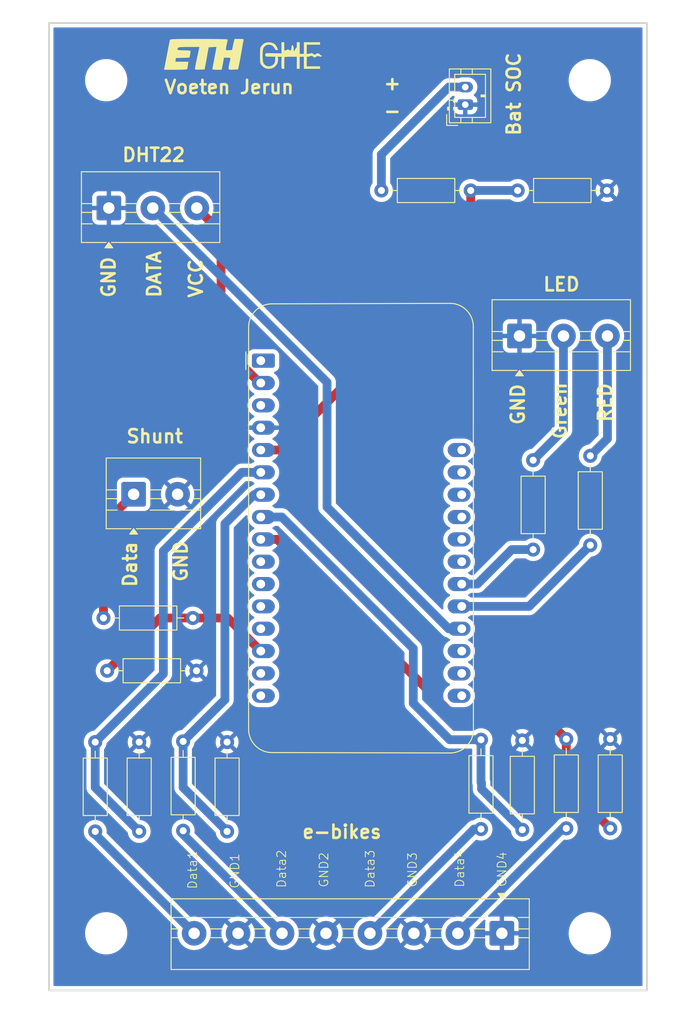
<source format=kicad_pcb>
(kicad_pcb (version 20241229) (generator "pcbnew") (generator_version "9.0")
  (layers (0 "F.Cu" signal) (2 "B.Cu" signal) (13 "F.Paste" user) (15 "B.Paste" user) (5 "F.SilkS" user "F.Silkscreen") (7 "B.SilkS" user "B.Silkscreen") (1 "F.Mask" user) (3 "B.Mask" user) (25 "Edge.Cuts" user))
  (net 0 "")
  (net 1 "GND")
  (net 2 "Net-(J6-Pin_3)")
  (net 3 "Net-(J6-Pin_2)")
  (net 4 "Net-(U1-A0)")
  (net 16 "Net-(J1-Pin_2)")
  (net 18 "Net-(J1-Pin_3)")
  (net 21 "Net-(U1-10)")
  (net 22 "Net-(U1-9)")
  (net 26 "Net-(J5-Pin_2)")
  (net 27 "Net-(J5-Pin_8)")
  (net 28 "Net-(J5-Pin_6)")
  (net 29 "Net-(J5-Pin_4)")
  (net 30 "Net-(U1-A1)")
  (net 31 "Net-(U1-A2)")
  (net 32 "Net-(U1-A3)")
  (net 33 "Net-(U1-A4)")
  (net 34 "Net-(J2-Pin_1)")
  (net 35 "Net-(U1-0)")
  (net 36 "Net-(J3-Pin_2)")
  (footprint "Resistor_THT:R_Axial_DIN0207_L6.3mm_D2.5mm_P10.16mm_Horizontal" (layer "F.Cu") (at 110.25 141.92 90)
    (property "Reference" "R5" (hide yes))
    (property "Value" "18k")
    (fp_line (start 9.12 0) (end 8.35 0) (stroke (width 0.12)) (layer "F.SilkS"))
    (fp_line (start 1.04 0) (end 1.81 0) (stroke (width 0.12)) (layer "F.SilkS"))
    (fp_rect (start 1.81 -1.37) (end 8.35 1.37) (stroke (width 0.12)) (fill no) (layer "F.SilkS"))
    (pad "1" thru_hole circle (at 0 0 90) (size 1.6 1.6) (drill 0.8) (layers "*.Cu" "*.Mask") (net 30 "Net-(U1-A1)"))
    (pad "2" thru_hole circle (at 10.16 0 90) (size 1.6 1.6) (drill 0.8) (layers "*.Cu" "*.Mask") (net 1 "GND"))
  )
  (footprint "Resistor_THT:R_Axial_DIN0207_L6.3mm_D2.5mm_P10.16mm_Horizontal" (layer "F.Cu") (at 153.83 141.73 90)
    (property "Reference" "R10" (hide yes))
    (property "Value" "18k")
    (fp_line (start 9.12 0) (end 8.35 0) (stroke (width 0.12)) (layer "F.SilkS"))
    (fp_line (start 1.04 0) (end 1.81 0) (stroke (width 0.12)) (layer "F.SilkS"))
    (fp_rect (start 1.81 -1.37) (end 8.35 1.37) (stroke (width 0.12)) (fill no) (layer "F.SilkS"))
    (pad "1" thru_hole circle (at 0 0 90) (size 1.6 1.6) (drill 0.8) (layers "*.Cu" "*.Mask") (net 32 "Net-(U1-A3)"))
    (pad "2" thru_hole circle (at 10.16 0 90) (size 1.6 1.6) (drill 0.8) (layers "*.Cu" "*.Mask") (net 1 "GND"))
  )
  (footprint "Connector_JST:JST_PH_B2B-PH-K_1x02_P2.00mm_Vertical" (layer "F.Cu") (at 147.34 59.28 90)
    (property "Reference" "J3" (hide yes))
    (property "Value" "Battery +/-")
    (fp_line (start -1.11 -2.11) (end -2.36 -2.11) (stroke (width 0.12)) (layer "F.SilkS"))
    (fp_line (start -2.36 -2.11) (end -2.36 -0.86) (stroke (width 0.12)) (layer "F.SilkS"))
    (fp_line (start -0.3 -2.01) (end -0.6 -2.01) (stroke (width 0.12)) (layer "F.SilkS"))
    (fp_line (start -0.6 -2.01) (end -0.6 -1.81) (stroke (width 0.12)) (layer "F.SilkS"))
    (fp_line (start -0.3 -1.91) (end -0.6 -1.91) (stroke (width 0.12)) (layer "F.SilkS"))
    (fp_line (start 4.06 -1.81) (end -2.06 -1.81) (stroke (width 0.12)) (layer "F.SilkS"))
    (fp_line (start 0.5 -1.81) (end 0.5 -1.2) (stroke (width 0.12)) (layer "F.SilkS"))
    (fp_line (start -0.3 -1.81) (end -0.3 -2.01) (stroke (width 0.12)) (layer "F.SilkS"))
    (fp_line (start -2.06 -1.81) (end -2.06 2.91) (stroke (width 0.12)) (layer "F.SilkS"))
    (fp_line (start 3.45 -1.2) (end 1.5 -1.2) (stroke (width 0.12)) (layer "F.SilkS"))
    (fp_line (start 1.5 -1.2) (end 1.5 -1.81) (stroke (width 0.12)) (layer "F.SilkS"))
    (fp_line (start 0.5 -1.2) (end -1.45 -1.2) (stroke (width 0.12)) (layer "F.SilkS"))
    (fp_line (start -1.45 -1.2) (end -1.45 2.3) (stroke (width 0.12)) (layer "F.SilkS"))
    (fp_line (start 4.06 -0.5) (end 3.45 -0.5) (stroke (width 0.12)) (layer "F.SilkS"))
    (fp_line (start -2.06 -0.5) (end -1.45 -0.5) (stroke (width 0.12)) (layer "F.SilkS"))
    (fp_line (start 4.06 0.8) (end 3.45 0.8) (stroke (width 0.12)) (layer "F.SilkS"))
    (fp_line (start -2.06 0.8) (end -1.45 0.8) (stroke (width 0.12)) (layer "F.SilkS"))
    (fp_line (start 1.1 1.8) (end 1.1 2.3) (stroke (width 0.12)) (layer "F.SilkS"))
    (fp_line (start 0.9 1.8) (end 1.1 1.8) (stroke (width 0.12)) (layer "F.SilkS"))
    (fp_line (start 3.45 2.3) (end 3.45 -1.2) (stroke (width 0.12)) (layer "F.SilkS"))
    (fp_line (start 1 2.3) (end 1 1.8) (stroke (width 0.12)) (layer "F.SilkS"))
    (fp_line (start 0.9 2.3) (end 0.9 1.8) (stroke (width 0.12)) (layer "F.SilkS"))
    (fp_line (start -1.45 2.3) (end 3.45 2.3) (stroke (width 0.12)) (layer "F.SilkS"))
    (fp_line (start 4.06 2.91) (end 4.06 -1.81) (stroke (width 0.12)) (layer "F.SilkS"))
    (fp_line (start -2.06 2.91) (end 4.06 2.91) (stroke (width 0.12)) (layer "F.SilkS"))
    (pad "1" thru_hole roundrect (at 0 0 90) (size 1.2 1.75) (drill 0.75) (layers "*.Cu" "*.Mask") (roundrect_rratio 0.208333) (net 1 "GND"))
    (pad "2" thru_hole oval (at 2 0 90) (size 1.2 1.75) (drill 0.75) (layers "*.Cu" "*.Mask") (net 36 "Net-(J3-Pin_2)"))
  )
  (footprint "Resistor_THT:R_Axial_DIN0207_L6.3mm_D2.5mm_P10.16mm_Horizontal" (layer "F.Cu") (at 137.8 69.04)
    (property "Reference" "R3" (hide yes))
    (property "Value" "10k")
    (fp_line (start 1.04 0) (end 1.81 0) (stroke (width 0.12)) (layer "F.SilkS"))
    (fp_line (start 9.12 0) (end 8.35 0) (stroke (width 0.12)) (layer "F.SilkS"))
    (fp_rect (start 1.81 -1.37) (end 8.35 1.37) (stroke (width 0.12)) (fill no) (layer "F.SilkS"))
    (pad "1" thru_hole circle (at 0 0) (size 1.6 1.6) (drill 0.8) (layers "*.Cu" "*.Mask") (net 36 "Net-(J3-Pin_2)"))
    (pad "2" thru_hole circle (at 10.16 0) (size 1.6 1.6) (drill 0.8) (layers "*.Cu" "*.Mask") (net 4 "Net-(U1-A0)"))
  )
  (footprint "Resistor_THT:R_Axial_DIN0207_L6.3mm_D2.5mm_P10.16mm_Horizontal" (layer "F.Cu") (at 163.83 141.57 90)
    (property "Reference" "R12" (hide yes))
    (property "Value" "18k")
    (fp_line (start 9.12 0) (end 8.35 0) (stroke (width 0.12)) (layer "F.SilkS"))
    (fp_line (start 1.04 0) (end 1.81 0) (stroke (width 0.12)) (layer "F.SilkS"))
    (fp_rect (start 1.81 -1.37) (end 8.35 1.37) (stroke (width 0.12)) (fill no) (layer "F.SilkS"))
    (pad "1" thru_hole circle (at 0 0 90) (size 1.6 1.6) (drill 0.8) (layers "*.Cu" "*.Mask") (net 33 "Net-(U1-A4)"))
    (pad "2" thru_hole circle (at 10.16 0 90) (size 1.6 1.6) (drill 0.8) (layers "*.Cu" "*.Mask") (net 1 "GND"))
  )
  (footprint "MountingHole:MountingHole_4.3mm_M4" (layer "F.Cu") (at 106.5 56.5)
    (property "Reference" "H1" (hide yes))
    (property "Value" "MountingHole")
    (pad "" np_thru_hole circle (at 0 0) (size 4.3 4.3) (drill 4.3) (layers "*.Cu" "*.Mask"))
  )
  (footprint "TerminalBlock:TerminalBlock_MaiXu_MX126-5.0-02P_1x02_P5.00mm" (layer "F.Cu") (at 109.62 103.58)
    (property "Reference" "J2" (hide yes))
    (property "Value" "SmartShunt")
    (fp_line (start -3.12 -4.12) (end -3.12 3.92) (stroke (width 0.12)) (layer "F.SilkS"))
    (fp_line (start -3.12 -4.12) (end 7.62 -4.12) (stroke (width 0.12)) (layer "F.SilkS"))
    (fp_line (start -3.12 -0.5) (end -1.88 -0.5) (stroke (width 0.12)) (layer "F.SilkS"))
    (fp_line (start -3.12 0.5) (end -1.88 0.5) (stroke (width 0.12)) (layer "F.SilkS"))
    (fp_line (start -3.12 1.8) (end -1.88 1.8) (stroke (width 0.12)) (layer "F.SilkS"))
    (fp_line (start -3.12 3.92) (end -0.3 3.92) (stroke (width 0.12)) (layer "F.SilkS"))
    (fp_line (start 0.3 3.92) (end 7.62 3.92) (stroke (width 0.12)) (layer "F.SilkS"))
    (fp_line (start 1.88 -0.5) (end 3.188 -0.5) (stroke (width 0.12)) (layer "F.SilkS"))
    (fp_line (start 1.88 0.5) (end 3.188 0.5) (stroke (width 0.12)) (layer "F.SilkS"))
    (fp_line (start 1.88 1.8) (end 4.457 1.8) (stroke (width 0.12)) (layer "F.SilkS"))
    (fp_line (start 5.543 1.8) (end 7.62 1.8) (stroke (width 0.12)) (layer "F.SilkS"))
    (fp_line (start 6.812 -0.5) (end 7.62 -0.5) (stroke (width 0.12)) (layer "F.SilkS"))
    (fp_line (start 6.812 0.5) (end 7.62 0.5) (stroke (width 0.12)) (layer "F.SilkS"))
    (fp_line (start 7.62 -4.12) (end 7.62 3.92) (stroke (width 0.12)) (layer "F.SilkS"))
    (fp_poly (pts (xy 0 3.92) (xy 0.44 4.53) (xy -0.44 4.53)) (stroke (width 0.12)) (fill yes) (layer "F.SilkS"))
    (pad "1" thru_hole roundrect (at 0 0) (size 2.8 2.8) (drill 1.3) (layers "*.Cu" "*.Mask") (roundrect_rratio 0.089286) (net 34 "Net-(J2-Pin_1)"))
    (pad "2" thru_hole circle (at 5 0) (size 2.8 2.8) (drill 1.3) (layers "*.Cu" "*.Mask") (net 1 "GND"))
  )
  (footprint "SilkscreenLogo:eth" (layer "F.Cu") (at 117.29 53.49)
    (property "Reference" "G***" (hide yes))
    (property "Value" "LOGO" (hide yes))
    (fp_poly (pts (xy 4.623169 -1.681235) (xy 4.779795 -1.663735) (xy 4.84255 -1.624933) (xy 4.840724 -1.556941) (xy 4.839222 -1.551832) (xy 4.811631 -1.428083) (xy 4.765681 -1.187628) (xy 4.707606 -0.864317) (xy 4.643638 -0.492001) (xy 4.639086 -0.464895) (xy 4.562705 -0.021428) (xy 4.479433 0.442396) (xy 4.400365 0.86572) (xy 4.347067 1.136907) (xy 4.21489 1.785255) (xy 3.664886 1.807666) (xy 3.393225 1.817383) (xy 3.222739 1.802459) (xy 3.138209 1.736793) (xy 3.124415 1.594282) (xy 3.166137 1.348825) (xy 3.229296 1.06063) (xy 3.285254 0.799899) (xy 3.325525 0.600259) (xy 3.341031 0.507627) (xy 3.274151 0.474649) (xy 3.100588 0.453977) (xy 2.972077 0.45042) (xy 2.600445 0.45042) (xy 2.551375 0.757289) (xy 2.503872 1.026789) (xy 2.443079 1.33777) (xy 2.420891 1.443776) (xy 2.339477 1.823393) (xy 1.811864 1.823393) (xy 1.550488 1.815828) (xy 1.361865 1.795935) (xy 1.284779 1.767924) (xy 1.284546 1.766186) (xy 1.298272 1.673449) (xy 1.335549 1.461337) (xy 1.390881 1.160236) (xy 1.458769 0.800531) (xy 1.467374 0.755525) (xy 1.542153 0.362729) (xy 1.610937 -0.002518) (xy 1.666105 -0.299508) (xy 1.700039 -0.487533) (xy 1.700101 -0.487896) (xy 1.750296 -0.777863) (xy 1.309035 -0.754863) (xy 0.867775 -0.731862) (xy 0.637424 0.526697) (xy 0.407073 1.785255) (xy -0.14593 1.807666) (xy -0.433121 1.815244) (xy -0.599596 1.804607) (xy -0.676744 1.769226) (xy -0.695953 1.70257) (xy -0.695881 1.693251) (xy -0.679257 1.573843) (xy -0.635433 1.334821) (xy -0.570147 1.005527) (xy -0.489135 0.615302) (xy -0.441656 0.393213) (xy -0.190482 -0.77) (xy -1.39 -0.77) (xy -1.861688 -0.768186) (xy -2.202148 -0.75932) (xy -2.432692 -0.738266) (xy -2.574634 -0.69989) (xy -2.649285 -0.639056) (xy -2.677958 -0.550628) (xy -2.682116 -0.458657) (xy -2.611395 -0.428477) (xy -2.42138 -0.404825) (xy -2.145296 -0.390933) (xy -1.961993 -0.388619) (xy -1.646395 -0.382687) (xy -1.392709 -0.36676) (xy -1.236469 -0.343643) (xy -1.204949 -0.328881) (xy -1.197917 -0.224729) (xy -1.221982 -0.028223) (xy -1.244207 0.088032) (xy -1.320385 0.445208) (xy -2.096596 0.466883) (xy -2.872806 0.488558) (xy -2.896942 0.698318) (xy -2.921077 0.908078) (xy -2.18156 0.908078) (xy -1.442042 0.908078) (xy -1.494582 1.304146) (xy -1.531242 1.540281) (xy -1.56766 1.711893) (xy -1.585187 1.761804) (xy -1.670308 1.78205) (xy -1.88227 1.799496) (xy -2.195369 1.812962) (xy -2.583899 1.821264) (xy -2.923715 1.823393) (xy -4.224179 1.823393) (xy -4.18237 1.651772) (xy -4.155412 1.525075) (xy -4.10537 1.275037) (xy -4.037447 0.928221) (xy -3.956844 0.511194) (xy -3.868761 0.05052) (xy -3.86503 0.030901) (xy -3.777125 -0.427795) (xy -3.696649 -0.840861) (xy -3.628718 -1.182585) (xy -3.578447 -1.427252) (xy -3.550951 -1.549149) (xy -3.550186 -1.551832) (xy -3.532448 -1.584206) (xy -3.491079 -1.6109) (xy -3.412576 -1.632457) (xy -3.283436 -1.649422) (xy -3.090156 -1.662338) (xy -2.819232 -1.67175) (xy -2.457162 -1.678201) (xy -1.990443 -1.682235) (xy -1.40557 -1.684396) (xy -0.689042 -1.685228) (xy -0.236135 -1.685315) (xy 0.453935 -1.684029) (xy 1.094418 -1.680349) (xy 1.669746 -1.67455) (xy 2.164351 -1.666903) (xy 2.562664 -1.65768) (xy 2.849118 -1.647154) (xy 3.008145 -1.635596) (xy 3.035925 -1.628108) (xy 3.01923 -1.529259) (xy 2.978162 -1.326332) (xy 2.924191 -1.075105) (xy 2.853977 -0.749471) (xy 2.824121 -0.54611) (xy 2.844587 -0.4378) (xy 2.925339 -0.397319) (xy 3.076343 -0.397446) (xy 3.170038 -0.403509) (xy 3.530299 -0.426757) (xy 3.594832 -0.77) (xy 3.654058 -1.059521) (xy 3.719489 -1.344403) (xy 3.733307 -1.399279) (xy 3.807248 -1.685315) (xy 4.343382 -1.685315)) (fill yes) (layer "F.SilkS"))
  )
  (footprint "Resistor_THT:R_Axial_DIN0207_L6.3mm_D2.5mm_P10.16mm_Horizontal" (layer "F.Cu") (at 155.06 109.87 90)
    (property "Reference" "R2" (hide yes))
    (property "Value" "100")
    (fp_line (start 9.12 0) (end 8.35 0) (stroke (width 0.12)) (layer "F.SilkS"))
    (fp_line (start 1.04 0) (end 1.81 0) (stroke (width 0.12)) (layer "F.SilkS"))
    (fp_rect (start 1.81 -1.37) (end 8.35 1.37) (stroke (width 0.12)) (fill no) (layer "F.SilkS"))
    (pad "1" thru_hole circle (at 0 0 90) (size 1.6 1.6) (drill 0.8) (layers "*.Cu" "*.Mask") (net 21 "Net-(U1-10)"))
    (pad "2" thru_hole circle (at 10.16 0 90) (size 1.6 1.6) (drill 0.8) (layers "*.Cu" "*.Mask") (net 16 "Net-(J1-Pin_2)"))
  )
  (footprint "Resistor_THT:R_Axial_DIN0207_L6.3mm_D2.5mm_P10.16mm_Horizontal" (layer "F.Cu") (at 106.19 117.65)
    (property "Reference" "R13" (hide yes))
    (property "Value" "10k")
    (fp_line (start 1.04 0) (end 1.81 0) (stroke (width 0.12)) (layer "F.SilkS"))
    (fp_line (start 9.12 0) (end 8.35 0) (stroke (width 0.12)) (layer "F.SilkS"))
    (fp_rect (start 1.81 -1.37) (end 8.35 1.37) (stroke (width 0.12)) (fill no) (layer "F.SilkS"))
    (pad "1" thru_hole circle (at 0 0) (size 1.6 1.6) (drill 0.8) (layers "*.Cu" "*.Mask") (net 34 "Net-(J2-Pin_1)"))
    (pad "2" thru_hole circle (at 10.16 0) (size 1.6 1.6) (drill 0.8) (layers "*.Cu" "*.Mask") (net 35 "Net-(U1-0)"))
  )
  (footprint "MountingHole:MountingHole_4.3mm_M4" (layer "F.Cu") (at 161.5 56.5)
    (property "Reference" "H2" (hide yes))
    (property "Value" "MountingHole")
    (pad "" np_thru_hole circle (at 0 0) (size 4.3 4.3) (drill 4.3) (layers "*.Cu" "*.Mask"))
  )
  (footprint "Resistor_THT:R_Axial_DIN0207_L6.3mm_D2.5mm_P10.16mm_Horizontal" (layer "F.Cu") (at 120.25 141.92 90)
    (property "Reference" "R8" (hide yes))
    (property "Value" "18k")
    (fp_line (start 9.12 0) (end 8.35 0) (stroke (width 0.12)) (layer "F.SilkS"))
    (fp_line (start 1.04 0) (end 1.81 0) (stroke (width 0.12)) (layer "F.SilkS"))
    (fp_rect (start 1.81 -1.37) (end 8.35 1.37) (stroke (width 0.12)) (fill no) (layer "F.SilkS"))
    (pad "1" thru_hole circle (at 0 0 90) (size 1.6 1.6) (drill 0.8) (layers "*.Cu" "*.Mask") (net 31 "Net-(U1-A2)"))
    (pad "2" thru_hole circle (at 10.16 0 90) (size 1.6 1.6) (drill 0.8) (layers "*.Cu" "*.Mask") (net 1 "GND"))
  )
  (footprint "MountingHole:MountingHole_4.3mm_M4" (layer "F.Cu") (at 106.5 153.5)
    (property "Reference" "H4" (hide yes))
    (property "Value" "MountingHole")
    (pad "" np_thru_hole circle (at 0 0) (size 4.3 4.3) (drill 4.3) (layers "*.Cu" "*.Mask"))
  )
  (footprint "Module:mod2_Adafruit_Feather_32u4_RFM_WithMountingHoles_1" (layer "F.Cu") (at 124.08 88.39)
    (property "Reference" "U1" (hide yes))
    (property "Value" "Feather 32u4 LoRa SMT")
    (fp_line (start -1.7 1) (end -1.7 -1) (stroke (width 0.12)) (layer "F.SilkS"))
    (fp_line (start -1.38 -3.81) (end -1.38 41.91) (stroke (width 0.12)) (layer "F.SilkS"))
    (fp_line (start 21.526167 -6.516166) (end 1.27 -6.46) (stroke (width 0.12)) (layer "F.SilkS"))
    (fp_line (start 21.548351 44.606139) (end 1.27 44.56) (stroke (width 0.12)) (layer "F.SilkS"))
    (fp_line (start 24.176167 -3.86617) (end 24.186167 41.956167) (stroke (width 0.12)) (layer "F.SilkS"))
    (fp_arc (start -1.38 -3.81) (mid -0.603833 -5.683833) (end 1.27 -6.46) (stroke (width 0.12)) (layer "F.SilkS"))
    (fp_arc (start 1.27 44.56) (mid -0.603833 43.783833) (end -1.38 41.91) (stroke (width 0.12)) (layer "F.SilkS"))
    (fp_arc (start 21.526167 -6.516167) (mid 23.4 -5.74) (end 24.176167 -3.866167) (stroke (width 0.12)) (layer "F.SilkS"))
    (fp_arc (start 24.186167 41.956167) (mid 23.41 43.83) (end 21.536167 44.606167) (stroke (width 0.12)) (layer "F.SilkS"))
    (pad "1" thru_hole oval (at 0 38.1) (size 2.6 1.6) (drill 1 (offset 0.3 0)) (layers "*.Cu" "*.Mask"))
    (pad "2" thru_hole oval (at 0 35.56) (size 2.6 1.6) (drill 1 (offset 0.3 0)) (layers "*.Cu" "*.Mask"))
    (pad "3" thru_hole oval (at 0 33.02) (size 2.6 1.6) (drill 1 (offset 0.3 0)) (layers "*.Cu" "*.Mask") (net 35 "Net-(U1-0)"))
    (pad "4" thru_hole oval (at 0 30.48) (size 2.6 1.6) (drill 1 (offset 0.3 0)) (layers "*.Cu" "*.Mask"))
    (pad "5" thru_hole oval (at 0 27.94) (size 2.6 1.6) (drill 1 (offset 0.3 0)) (layers "*.Cu" "*.Mask"))
    (pad "6" thru_hole oval (at 0 25.4) (size 2.6 1.6) (drill 1 (offset 0.3 0)) (layers "*.Cu" "*.Mask"))
    (pad "7" thru_hole oval (at 0 22.86) (size 2.6 1.6) (drill 1 (offset 0.3 0)) (layers "*.Cu" "*.Mask"))
    (pad "8" thru_hole oval (at 0 20.32) (size 2.6 1.6) (drill 1 (offset 0.3 0)) (layers "*.Cu" "*.Mask") (net 33 "Net-(U1-A4)"))
    (pad "9" thru_hole oval (at 0 17.78) (size 2.6 1.6) (drill 1 (offset 0.3 0)) (layers "*.Cu" "*.Mask") (net 32 "Net-(U1-A3)"))
    (pad "10" thru_hole oval (at 0 15.24) (size 2.6 1.6) (drill 1 (offset 0.3 0)) (layers "*.Cu" "*.Mask") (net 31 "Net-(U1-A2)"))
    (pad "11" thru_hole oval (at 0 12.7) (size 2.6 1.6) (drill 1 (offset 0.3 0)) (layers "*.Cu" "*.Mask") (net 30 "Net-(U1-A1)"))
    (pad "12" thru_hole oval (at 0 10.16) (size 2.6 1.6) (drill 1 (offset 0.3 0)) (layers "*.Cu" "*.Mask") (net 4 "Net-(U1-A0)"))
    (pad "13" thru_hole oval (at 0 7.62) (size 2.6 1.6) (drill 1 (offset 0.3 0)) (layers "*.Cu" "*.Mask") (net 1 "GND"))
    (pad "14" thru_hole oval (at 0 5.08) (size 2.6 1.6) (drill 1 (offset 0.3 0)) (layers "*.Cu" "*.Mask"))
    (pad "15" thru_hole oval (at 0 2.54) (size 2.6 1.6) (drill 1 (offset 0.3 0)) (layers "*.Cu" "*.Mask") (net 2 "Net-(J6-Pin_3)"))
    (pad "16" thru_hole roundrect (at 0 0) (size 2.6 1.6) (drill 1 (offset 0.3 0)) (layers "*.Cu" "*.Mask") (roundrect_rratio 0.15625))
    (pad "17" thru_hole oval (at 22.86 38.1 180) (size 2.6 1.6) (drill 1 (offset 0.3 0)) (layers "*.Cu" "*.Mask"))
    (pad "18" thru_hole oval (at 22.86 35.56 180) (size 2.6 1.6) (drill 1 (offset 0.3 0)) (layers "*.Cu" "*.Mask"))
    (pad "19" thru_hole oval (at 22.86 33.02 180) (size 2.6 1.6) (drill 1 (offset 0.3 0)) (layers "*.Cu" "*.Mask"))
    (pad "20" thru_hole oval (at 22.86 30.48 180) (size 2.6 1.6) (drill 1 (offset 0.3 0)) (layers "*.Cu" "*.Mask") (net 3 "Net-(J6-Pin_2)"))
    (pad "21" thru_hole oval (at 22.86 27.94 180) (size 2.6 1.6) (drill 1 (offset 0.3 0)) (layers "*.Cu" "*.Mask") (net 22 "Net-(U1-9)"))
    (pad "22" thru_hole oval (at 22.86 25.4 180) (size 2.6 1.6) (drill 1 (offset 0.3 0)) (layers "*.Cu" "*.Mask") (net 21 "Net-(U1-10)"))
    (pad "23" thru_hole oval (at 22.86 22.86 180) (size 2.6 1.6) (drill 1 (offset 0.3 0)) (layers "*.Cu" "*.Mask"))
    (pad "24" thru_hole oval (at 22.86 20.32 180) (size 2.6 1.6) (drill 1 (offset 0.3 0)) (layers "*.Cu" "*.Mask"))
    (pad "25" thru_hole oval (at 22.86 17.78 180) (size 2.6 1.6) (drill 1 (offset 0.3 0)) (layers "*.Cu" "*.Mask"))
    (pad "26" thru_hole oval (at 22.86 15.24 180) (size 2.6 1.6) (drill 1 (offset 0.3 0)) (layers "*.Cu" "*.Mask"))
    (pad "27" thru_hole oval (at 22.86 12.7 180) (size 2.6 1.6) (drill 1 (offset 0.3 0)) (layers "*.Cu" "*.Mask"))
    (pad "28" thru_hole oval (at 22.86 10.16 180) (size 2.6 1.6) (drill 1 (offset 0.3 0)) (layers "*.Cu" "*.Mask"))
  )
  (footprint "Resistor_THT:R_Axial_DIN0207_L6.3mm_D2.5mm_P10.16mm_Horizontal" (layer "F.Cu") (at 149.13 141.65 90)
    (property "Reference" "R9" (hide yes))
    (property "Value" "10k")
    (fp_line (start 9.12 0) (end 8.35 0) (stroke (width 0.12)) (layer "F.SilkS"))
    (fp_line (start 1.04 0) (end 1.81 0) (stroke (width 0.12)) (layer "F.SilkS"))
    (fp_rect (start 1.81 -1.37) (end 8.35 1.37) (stroke (width 0.12)) (fill no) (layer "F.SilkS"))
    (pad "1" thru_hole circle (at 0 0 90) (size 1.6 1.6) (drill 0.8) (layers "*.Cu" "*.Mask") (net 29 "Net-(J5-Pin_4)"))
    (pad "2" thru_hole circle (at 10.16 0 90) (size 1.6 1.6) (drill 0.8) (layers "*.Cu" "*.Mask") (net 32 "Net-(U1-A3)"))
  )
  (footprint "SilkscreenLogo:ghe" (layer "F.Cu") (at 127.51 53.71)
    (property "Reference" "G***" (hide yes))
    (property "Value" "LOGO" (hide yes))
    (fp_line (start -0.448436 -0.059627) (end -2.728436 -0.089627) (stroke (width 0.4)) (layer "F.SilkS"))
    (fp_poly (pts (xy -2.126142 -1.465975) (xy -1.885132 -1.347947) (xy -1.800084 -1.27994) (xy -1.680824 -1.133849) (xy -1.567872 -0.936891) (xy -1.48765 -0.738249) (xy -1.475689 -0.66601) (xy -1.516607 -0.63744) (xy -1.611655 -0.633539) (xy -1.715118 -0.646042) (xy -1.784925 -0.696573) (xy -1.850862 -0.80893) (xy -1.863167 -0.834495) (xy -2.004751 -1.038159) (xy -2.191584 -1.173944) (xy -2.405 -1.241364) (xy -2.626333 -1.239934) (xy -2.836917 -1.169169) (xy -3.018084 -1.028584) (xy -3.128363 -0.867381) (xy -3.168337 -0.733321) (xy -3.196748 -0.529098) (xy -3.213596 -0.278438) (xy -3.218882 -0.005067) (xy -3.212605 0.267287) (xy -3.194766 0.514897) (xy -3.165365 0.714038) (xy -3.128363 0.833527) (xy -2.984264 1.026961) (xy -2.793348 1.152471) (xy -2.575237 1.209473) (xy -2.349554 1.197386) (xy -2.13592 1.115627) (xy -1.953957 0.963613) (xy -1.886561 0.870377) (xy -1.82111 0.712847) (xy -1.793997 0.504846) (xy -1.792394 0.423388) (xy -1.784501 0.264521) (xy -1.764147 0.145927) (xy -1.740371 0.098513) (xy -1.70918 0.033391) (xy -1.708529 -0.069828) (xy -1.712399 -0.166386) (xy -1.669054 -0.200333) (xy -1.606651 -0.202392) (xy -1.537312 -0.192464) (xy -1.543893 -0.174801) (xy -1.59204 -0.112505) (xy -1.599619 -0.01269) (xy -1.568597 0.077663) (xy -1.532068 0.107867) (xy -1.486659 0.171193) (xy -1.463309 0.300374) (xy -1.461409 0.46942) (xy -1.480349 0.652343) (xy -1.519518 0.823155) (xy -1.550792 0.905419) (xy -1.713211 1.150612) (xy -1.935659 1.33602) (xy -2.19999 1.455127) (xy -2.488055 1.501415) (xy -2.781706 1.468366) (xy -2.951468 1.408454) (xy -3.128983 1.297498) (xy -3.296305 1.141739) (xy -3.425736 0.970544) (xy -3.482502 0.845427) (xy -3.496701 0.744501) (xy -3.507261 0.570522) (xy -3.514181 0.344968) (xy -3.517461 0.089317) (xy -3.517102 -0.174956) (xy -3.513104 -0.426371) (xy -3.505466 -0.643453) (xy -3.494189 -0.804723) (xy -3.482502 -0.879281) (xy -3.401738 -1.042165) (xy -3.261522 -1.212472) (xy -3.089552 -1.360836) (xy -2.951468 -1.442308) (xy -2.688094 -1.517215) (xy -2.40339 -1.523751)) (fill yes) (layer "F.SilkS"))
    (fp_poly (pts (xy -0.751621 -1.024413) (xy -0.749357 -0.796362) (xy -0.741626 -0.651665) (xy -0.727019 -0.579166) (xy -0.704125 -0.567705) (xy -0.694861 -0.575065) (xy -0.604255 -0.620888) (xy -0.529312 -0.631825) (xy -0.445053 -0.64929) (xy -0.420523 -0.679125) (xy -0.387424 -0.72278) (xy -0.306881 -0.7148) (xy -0.207029 -0.660446) (xy -0.1745 -0.633104) (xy -0.099343 -0.571696) (xy -0.052672 -0.575451) (xy -0.012433 -0.621279) (xy 0.028677 -0.720523) (xy 0.051261 -0.861655) (xy 0.052476 -0.891974) (xy 0.069967 -1.035991) (xy 0.109296 -1.149913) (xy 0.11906 -1.16496) (xy 0.164048 -1.211422) (xy 0.200934 -1.195479) (xy 0.250557 -1.105497) (xy 0.259626 -1.086501) (xy 0.304212 -0.964558) (xy 0.31545 -0.871882) (xy 0.312785 -0.860814) (xy 0.307025 -0.778327) (xy 0.320493 -0.645021) (xy 0.331081 -0.584525) (xy 0.356844 -0.471945) (xy 0.372246 -0.450409) (xy 0.378392 -0.50175) (xy 0.395422 -0.596245) (xy 0.425746 -0.631825) (xy 0.467386 -0.671911) (xy 0.497597 -0.750074) (xy 0.543791 -0.838863) (xy 0.597325 -0.868324) (xy 0.635494 -0.888541) (xy 0.657329 -0.960597) (xy 0.666449 -1.101601) (xy 0.667373 -1.199423) (xy 0.667373 -1.530521) (xy 0.832923 -1.530521) (xy 0.998472 -1.530521) (xy 0.998472 -0.868324) (xy 0.998472 -0.206126) (xy 1.234971 -0.206126) (xy 1.47147 -0.206126) (xy 1.47147 -0.868324) (xy 1.47147 -1.530521) (xy 2.393816 -1.530521) (xy 3.316163 -1.530521) (xy 3.316163 -1.388622) (xy 3.316163 -1.246722) (xy 2.559366 -1.246722) (xy 1.802569 -1.246722) (xy 1.802569 -0.726424) (xy 1.802569 -0.206126) (xy 1.929285 -0.206126) (xy 2.064677 -0.222737) (xy 2.212395 -0.262679) (xy 2.212533 -0.262729) (xy 2.329363 -0.293698) (xy 2.41951 -0.274304) (xy 2.509599 -0.215429) (xy 2.63957 -0.133897) (xy 2.736766 -0.120952) (xy 2.832926 -0.175991) (xy 2.869422 -0.208576) (xy 3.000889 -0.276016) (xy 3.143386 -0.26131) (xy 3.270699 -0.169273) (xy 3.300669 -0.129367) (xy 3.387939 -0.046121) (xy 3.473638 -0.016927) (xy 3.541672 -0.010672) (xy 3.530769 0.023568) (xy 3.493776 0.06223) (xy 3.430833 0.109553) (xy 3.355567 0.114939) (xy 3.231032 0.080795) (xy 3.227408 0.079601) (xy 3.098884 0.045089) (xy 3.004133 0.052876) (xy 2.892481 0.10926) (xy 2.867951 0.12427) (xy 2.695704 0.230724) (xy 2.527977 0.111384) (xy 2.415972 0.03878) (xy 2.334739 0.018095) (xy 2.241036 0.042333) (xy 2.201177 0.058508) (xy 2.057832 0.104443) (xy 1.927912 0.124905) (xy 1.922337 0.124972) (xy 1.802569 0.124972) (xy 1.802569 0.66892) (xy 1.802569 1.212868) (xy 2.559366 1.212868) (xy 3.316163 1.212868) (xy 3.316163 1.354767) (xy 3.316163 1.496667) (xy 2.393816 1.496667) (xy 1.47147 1.496667) (xy 1.47147 0.81082) (xy 1.47147 0.124972) (xy 1.234971 0.124972) (xy 0.998472 0.124972) (xy 0.998472 0.81082) (xy 0.998472 1.496667) (xy 0.832923 1.496667) (xy 0.667373 1.496667) (xy 0.667373 0.81082) (xy 0.667373 0.124972) (xy 0.084317 0.124972) (xy -0.498738 0.124972) (xy -0.478734 -0.011326) (xy -0.484982 -0.132782) (xy -0.537154 -0.18823) (xy -0.619169 -0.165501) (xy -0.648811 -0.140009) (xy -0.699687 -0.063467) (xy -0.674662 0.019402) (xy -0.667521 0.031137) (xy -0.633272 0.102232) (xy -0.662206 0.124287) (xy -0.680271 0.124972) (xy -0.70859 0.137786) (xy -0.728464 0.185153) (xy -0.741284 0.280463) (xy -0.748445 0.437106) (xy -0.751339 0.668472) (xy -0.751621 0.81082) (xy -0.751621 1.496667) (xy -0.885637 1.496667) (xy -0.993966 1.486537) (xy -1.051187 1.465134) (xy -1.066101 1.405839) (xy -1.076306 1.276321) (xy -1.082042 1.097073) (xy -1.08355 0.888592) (xy -1.081072 0.671374) (xy -1.074849 0.465915) (xy -1.065121 0.29271) (xy -1.05213 0.172256) (xy -1.036118 0.125047) (xy -1.03542 0.124972) (xy -1.004156 0.083392) (xy -0.988529 -0.018851) (xy -0.98812 -0.040577) (xy -0.834293 -0.040577) (xy -0.830485 0.05677) (xy -0.819767 0.081895) (xy -0.813722 0.066399) (xy -0.804912 -0.047188) (xy -0.812768 -0.1228) (xy -0.825228 -0.149015) (xy -0.833066 -0.092164) (xy -0.834293 -0.040577) (xy -0.98812 -0.040577) (xy -1 -0.15) (xy -1.029213 -0.204697) (xy -1.03542 -0.206126) (xy -1.055155 -0.251903) (xy -1.070038 -0.38333) (xy -1.079437 -0.591552) (xy -1.08272 -0.867712) (xy -1.08272 -0.868324) (xy -1.08272 -1.530521) (xy -0.917171 -1.530521) (xy -0.751621 -1.530521)) (fill yes) (layer "F.SilkS"))
  )
  (footprint "Resistor_THT:R_Axial_DIN0207_L6.3mm_D2.5mm_P10.16mm_Horizontal" (layer "F.Cu") (at 161.56 109.37 90)
    (property "Reference" "R4" (hide yes))
    (property "Value" "100")
    (fp_line (start 9.12 0) (end 8.35 0) (stroke (width 0.12)) (layer "F.SilkS"))
    (fp_line (start 1.04 0) (end 1.81 0) (stroke (width 0.12)) (layer "F.SilkS"))
    (fp_rect (start 1.81 -1.37) (end 8.35 1.37) (stroke (width 0.12)) (fill no) (layer "F.SilkS"))
    (pad "1" thru_hole circle (at 0 0 90) (size 1.6 1.6) (drill 0.8) (layers "*.Cu" "*.Mask") (net 22 "Net-(U1-9)"))
    (pad "2" thru_hole circle (at 10.16 0 90) (size 1.6 1.6) (drill 0.8) (layers "*.Cu" "*.Mask") (net 18 "Net-(J1-Pin_3)"))
  )
  (footprint "TerminalBlock:TerminalBlock_MaiXu_MX126-5.0-03P_1x03_P5.00mm" (layer "F.Cu") (at 106.8 71.03)
    (property "Reference" "J6" (hide yes))
    (property "Value" "DHT22" (hide yes))
    (fp_line (start -3.12 -4.12) (end -3.12 3.92) (stroke (width 0.12)) (layer "F.SilkS"))
    (fp_line (start -3.12 -4.12) (end 12.62 -4.12) (stroke (width 0.12)) (layer "F.SilkS"))
    (fp_line (start -3.12 -0.5) (end -1.88 -0.5) (stroke (width 0.12)) (layer "F.SilkS"))
    (fp_line (start -3.12 0.5) (end -1.88 0.5) (stroke (width 0.12)) (layer "F.SilkS"))
    (fp_line (start -3.12 1.8) (end -1.88 1.8) (stroke (width 0.12)) (layer "F.SilkS"))
    (fp_line (start -3.12 3.92) (end -0.3 3.92) (stroke (width 0.12)) (layer "F.SilkS"))
    (fp_line (start 0.3 3.92) (end 12.62 3.92) (stroke (width 0.12)) (layer "F.SilkS"))
    (fp_line (start 1.88 -0.5) (end 3.188 -0.5) (stroke (width 0.12)) (layer "F.SilkS"))
    (fp_line (start 1.88 0.5) (end 3.188 0.5) (stroke (width 0.12)) (layer "F.SilkS"))
    (fp_line (start 1.88 1.8) (end 4.457 1.8) (stroke (width 0.12)) (layer "F.SilkS"))
    (fp_line (start 5.543 1.8) (end 9.457 1.8) (stroke (width 0.12)) (layer "F.SilkS"))
    (fp_line (start 6.812 -0.5) (end 8.188 -0.5) (stroke (width 0.12)) (layer "F.SilkS"))
    (fp_line (start 6.812 0.5) (end 8.188 0.5) (stroke (width 0.12)) (layer "F.SilkS"))
    (fp_line (start 10.543 1.8) (end 12.62 1.8) (stroke (width 0.12)) (layer "F.SilkS"))
    (fp_line (start 11.812 -0.5) (end 12.62 -0.5) (stroke (width 0.12)) (layer "F.SilkS"))
    (fp_line (start 11.812 0.5) (end 12.62 0.5) (stroke (width 0.12)) (layer "F.SilkS"))
    (fp_line (start 12.62 -4.12) (end 12.62 3.92) (stroke (width 0.12)) (layer "F.SilkS"))
    (fp_poly (pts (xy 0 3.92) (xy 0.44 4.53) (xy -0.44 4.53)) (stroke (width 0.12)) (fill yes) (layer "F.SilkS"))
    (pad "1" thru_hole roundrect (at 0 0) (size 2.8 2.8) (drill 1.3) (layers "*.Cu" "*.Mask") (roundrect_rratio 0.089286) (net 1 "GND"))
    (pad "2" thru_hole circle (at 5 0) (size 2.8 2.8) (drill 1.3) (layers "*.Cu" "*.Mask") (net 3 "Net-(J6-Pin_2)"))
    (pad "3" thru_hole circle (at 10 0) (size 2.8 2.8) (drill 1.3) (layers "*.Cu" "*.Mask") (net 2 "Net-(J6-Pin_3)"))
  )
  (footprint "MountingHole:MountingHole_4.3mm_M4" (layer "F.Cu") (at 161.5 153.5)
    (property "Reference" "H3" (hide yes))
    (property "Value" "MountingHole")
    (pad "" np_thru_hole circle (at 0 0) (size 4.3 4.3) (drill 4.3) (layers "*.Cu" "*.Mask"))
  )
  (footprint "TerminalBlock:TerminalBlock_MaiXu_MX126-5.0-03P_1x03_P5.00mm" (layer "F.Cu") (at 153.51 85.58)
    (property "Reference" "J1" (hide yes))
    (property "Value" "LED")
    (fp_line (start -3.12 -4.12) (end -3.12 3.92) (stroke (width 0.12)) (layer "F.SilkS"))
    (fp_line (start -3.12 -4.12) (end 12.62 -4.12) (stroke (width 0.12)) (layer "F.SilkS"))
    (fp_line (start -3.12 -0.5) (end -1.88 -0.5) (stroke (width 0.12)) (layer "F.SilkS"))
    (fp_line (start -3.12 0.5) (end -1.88 0.5) (stroke (width 0.12)) (layer "F.SilkS"))
    (fp_line (start -3.12 1.8) (end -1.88 1.8) (stroke (width 0.12)) (layer "F.SilkS"))
    (fp_line (start -3.12 3.92) (end -0.3 3.92) (stroke (width 0.12)) (layer "F.SilkS"))
    (fp_line (start 0.3 3.92) (end 12.62 3.92) (stroke (width 0.12)) (layer "F.SilkS"))
    (fp_line (start 1.88 -0.5) (end 3.188 -0.5) (stroke (width 0.12)) (layer "F.SilkS"))
    (fp_line (start 1.88 0.5) (end 3.188 0.5) (stroke (width 0.12)) (layer "F.SilkS"))
    (fp_line (start 1.88 1.8) (end 4.457 1.8) (stroke (width 0.12)) (layer "F.SilkS"))
    (fp_line (start 5.543 1.8) (end 9.457 1.8) (stroke (width 0.12)) (layer "F.SilkS"))
    (fp_line (start 6.812 -0.5) (end 8.188 -0.5) (stroke (width 0.12)) (layer "F.SilkS"))
    (fp_line (start 6.812 0.5) (end 8.188 0.5) (stroke (width 0.12)) (layer "F.SilkS"))
    (fp_line (start 10.543 1.8) (end 12.62 1.8) (stroke (width 0.12)) (layer "F.SilkS"))
    (fp_line (start 11.812 -0.5) (end 12.62 -0.5) (stroke (width 0.12)) (layer "F.SilkS"))
    (fp_line (start 11.812 0.5) (end 12.62 0.5) (stroke (width 0.12)) (layer "F.SilkS"))
    (fp_line (start 12.62 -4.12) (end 12.62 3.92) (stroke (width 0.12)) (layer "F.SilkS"))
    (fp_poly (pts (xy 0 3.92) (xy 0.44 4.53) (xy -0.44 4.53)) (stroke (width 0.12)) (fill yes) (layer "F.SilkS"))
    (pad "1" thru_hole roundrect (at 0 0) (size 2.8 2.8) (drill 1.3) (layers "*.Cu" "*.Mask") (roundrect_rratio 0.089286) (net 1 "GND"))
    (pad "2" thru_hole circle (at 5 0) (size 2.8 2.8) (drill 1.3) (layers "*.Cu" "*.Mask") (net 16 "Net-(J1-Pin_2)"))
    (pad "3" thru_hole circle (at 10 0) (size 2.8 2.8) (drill 1.3) (layers "*.Cu" "*.Mask") (net 18 "Net-(J1-Pin_3)"))
  )
  (footprint "Resistor_THT:R_Axial_DIN0207_L6.3mm_D2.5mm_P10.16mm_Horizontal" (layer "F.Cu") (at 105.25 141.92 90)
    (property "Reference" "R6" (hide yes))
    (property "Value" "10k")
    (fp_line (start 9.12 0) (end 8.35 0) (stroke (width 0.12)) (layer "F.SilkS"))
    (fp_line (start 1.04 0) (end 1.81 0) (stroke (width 0.12)) (layer "F.SilkS"))
    (fp_rect (start 1.81 -1.37) (end 8.35 1.37) (stroke (width 0.12)) (fill no) (layer "F.SilkS"))
    (pad "1" thru_hole circle (at 0 0 90) (size 1.6 1.6) (drill 0.8) (layers "*.Cu" "*.Mask") (net 27 "Net-(J5-Pin_8)"))
    (pad "2" thru_hole circle (at 10.16 0 90) (size 1.6 1.6) (drill 0.8) (layers "*.Cu" "*.Mask") (net 30 "Net-(U1-A1)"))
  )
  (footprint "Resistor_THT:R_Axial_DIN0207_L6.3mm_D2.5mm_P10.16mm_Horizontal" (layer "F.Cu") (at 115.25 141.84 90)
    (property "Reference" "R7" (hide yes))
    (property "Value" "10k")
    (fp_line (start 9.12 0) (end 8.35 0) (stroke (width 0.12)) (layer "F.SilkS"))
    (fp_line (start 1.04 0) (end 1.81 0) (stroke (width 0.12)) (layer "F.SilkS"))
    (fp_rect (start 1.81 -1.37) (end 8.35 1.37) (stroke (width 0.12)) (fill no) (layer "F.SilkS"))
    (pad "1" thru_hole circle (at 0 0 90) (size 1.6 1.6) (drill 0.8) (layers "*.Cu" "*.Mask") (net 28 "Net-(J5-Pin_6)"))
    (pad "2" thru_hole circle (at 10.16 0 90) (size 1.6 1.6) (drill 0.8) (layers "*.Cu" "*.Mask") (net 31 "Net-(U1-A2)"))
  )
  (footprint "Resistor_THT:R_Axial_DIN0207_L6.3mm_D2.5mm_P10.16mm_Horizontal" (layer "F.Cu") (at 153.3 69.04)
    (property "Reference" "R1" (hide yes))
    (property "Value" "22k")
    (fp_line (start 1.04 0) (end 1.81 0) (stroke (width 0.12)) (layer "F.SilkS"))
    (fp_line (start 9.12 0) (end 8.35 0) (stroke (width 0.12)) (layer "F.SilkS"))
    (fp_rect (start 1.81 -1.37) (end 8.35 1.37) (stroke (width 0.12)) (fill no) (layer "F.SilkS"))
    (pad "1" thru_hole circle (at 0 0) (size 1.6 1.6) (drill 0.8) (layers "*.Cu" "*.Mask") (net 4 "Net-(U1-A0)"))
    (pad "2" thru_hole circle (at 10.16 0) (size 1.6 1.6) (drill 0.8) (layers "*.Cu" "*.Mask") (net 1 "GND"))
  )
  (footprint "TerminalBlock:TerminalBlock_MaiXu_MX126-5.0-08P_1x08_P5.00mm" (layer "F.Cu") (at 151.5 153.5 180)
    (property "Reference" "J5" (hide yes))
    (property "Value" "ebikes")
    (fp_line (start 37.62 -4.12) (end 37.62 3.92) (stroke (width 0.12)) (layer "F.SilkS"))
    (fp_line (start 36.812 0.5) (end 37.62 0.5) (stroke (width 0.12)) (layer "F.SilkS"))
    (fp_line (start 36.812 -0.5) (end 37.62 -0.5) (stroke (width 0.12)) (layer "F.SilkS"))
    (fp_line (start 35.543 1.8) (end 37.62 1.8) (stroke (width 0.12)) (layer "F.SilkS"))
    (fp_line (start 31.812 0.5) (end 33.188 0.5) (stroke (width 0.12)) (layer "F.SilkS"))
    (fp_line (start 31.812 -0.5) (end 33.188 -0.5) (stroke (width 0.12)) (layer "F.SilkS"))
    (fp_line (start 30.543 1.8) (end 34.457 1.8) (stroke (width 0.12)) (layer "F.SilkS"))
    (fp_line (start 26.812 0.5) (end 28.188 0.5) (stroke (width 0.12)) (layer "F.SilkS"))
    (fp_line (start 26.812 -0.5) (end 28.188 -0.5) (stroke (width 0.12)) (layer "F.SilkS"))
    (fp_line (start 25.543 1.8) (end 29.457 1.8) (stroke (width 0.12)) (layer "F.SilkS"))
    (fp_line (start 21.812 0.5) (end 23.188 0.5) (stroke (width 0.12)) (layer "F.SilkS"))
    (fp_line (start 21.812 -0.5) (end 23.188 -0.5) (stroke (width 0.12)) (layer "F.SilkS"))
    (fp_line (start 20.543 1.8) (end 24.457 1.8) (stroke (width 0.12)) (layer "F.SilkS"))
    (fp_line (start 16.812 0.5) (end 18.188 0.5) (stroke (width 0.12)) (layer "F.SilkS"))
    (fp_line (start 16.812 -0.5) (end 18.188 -0.5) (stroke (width 0.12)) (layer "F.SilkS"))
    (fp_line (start 15.543 1.8) (end 19.457 1.8) (stroke (width 0.12)) (layer "F.SilkS"))
    (fp_line (start 11.812 0.5) (end 13.188 0.5) (stroke (width 0.12)) (layer "F.SilkS"))
    (fp_line (start 11.812 -0.5) (end 13.188 -0.5) (stroke (width 0.12)) (layer "F.SilkS"))
    (fp_line (start 10.543 1.8) (end 14.457 1.8) (stroke (width 0.12)) (layer "F.SilkS"))
    (fp_line (start 6.812 0.5) (end 8.188 0.5) (stroke (width 0.12)) (layer "F.SilkS"))
    (fp_line (start 6.812 -0.5) (end 8.188 -0.5) (stroke (width 0.12)) (layer "F.SilkS"))
    (fp_line (start 5.543 1.8) (end 9.457 1.8) (stroke (width 0.12)) (layer "F.SilkS"))
    (fp_line (start 1.88 1.8) (end 4.457 1.8) (stroke (width 0.12)) (layer "F.SilkS"))
    (fp_line (start 1.88 0.5) (end 3.188 0.5) (stroke (width 0.12)) (layer "F.SilkS"))
    (fp_line (start 1.88 -0.5) (end 3.188 -0.5) (stroke (width 0.12)) (layer "F.SilkS"))
    (fp_line (start 0.3 3.92) (end 37.62 3.92) (stroke (width 0.12)) (layer "F.SilkS"))
    (fp_line (start -3.12 3.92) (end -0.3 3.92) (stroke (width 0.12)) (layer "F.SilkS"))
    (fp_line (start -3.12 1.8) (end -1.88 1.8) (stroke (width 0.12)) (layer "F.SilkS"))
    (fp_line (start -3.12 0.5) (end -1.88 0.5) (stroke (width 0.12)) (layer "F.SilkS"))
    (fp_line (start -3.12 -0.5) (end -1.88 -0.5) (stroke (width 0.12)) (layer "F.SilkS"))
    (fp_line (start -3.12 -4.12) (end 37.62 -4.12) (stroke (width 0.12)) (layer "F.SilkS"))
    (fp_line (start -3.12 -4.12) (end -3.12 3.92) (stroke (width 0.12)) (layer "F.SilkS"))
    (fp_poly (pts (xy 0 3.92) (xy 0.44 4.53) (xy -0.44 4.53)) (stroke (width 0.12)) (fill yes) (layer "F.SilkS"))
    (pad "1" thru_hole roundrect (at 0 0 180) (size 2.8 2.8) (drill 1.3) (layers "*.Cu" "*.Mask") (roundrect_rratio 0.089286) (net 1 "GND"))
    (pad "2" thru_hole circle (at 5 0 180) (size 2.8 2.8) (drill 1.3) (layers "*.Cu" "*.Mask") (net 26 "Net-(J5-Pin_2)"))
    (pad "3" thru_hole circle (at 10 0 180) (size 2.8 2.8) (drill 1.3) (layers "*.Cu" "*.Mask") (net 1 "GND"))
    (pad "4" thru_hole circle (at 15 0 180) (size 2.8 2.8) (drill 1.3) (layers "*.Cu" "*.Mask") (net 29 "Net-(J5-Pin_4)"))
    (pad "5" thru_hole circle (at 20 0 180) (size 2.8 2.8) (drill 1.3) (layers "*.Cu" "*.Mask") (net 1 "GND"))
    (pad "6" thru_hole circle (at 25 0 180) (size 2.8 2.8) (drill 1.3) (layers "*.Cu" "*.Mask") (net 28 "Net-(J5-Pin_6)"))
    (pad "7" thru_hole circle (at 30 0 180) (size 2.8 2.8) (drill 1.3) (layers "*.Cu" "*.Mask") (net 1 "GND"))
    (pad "8" thru_hole circle (at 35 0 180) (size 2.8 2.8) (drill 1.3) (layers "*.Cu" "*.Mask") (net 27 "Net-(J5-Pin_8)"))
  )
  (footprint "Resistor_THT:R_Axial_DIN0207_L6.3mm_D2.5mm_P10.16mm_Horizontal" (layer "F.Cu") (at 106.61 123.65)
    (property "Reference" "R14" (hide yes))
    (property "Value" "18k")
    (fp_line (start 1.04 0) (end 1.81 0) (stroke (width 0.12)) (layer "F.SilkS"))
    (fp_line (start 9.12 0) (end 8.35 0) (stroke (width 0.12)) (layer "F.SilkS"))
    (fp_rect (start 1.81 -1.37) (end 8.35 1.37) (stroke (width 0.12)) (fill no) (layer "F.SilkS"))
    (pad "1" thru_hole circle (at 0 0) (size 1.6 1.6) (drill 0.8) (layers "*.Cu" "*.Mask") (net 35 "Net-(U1-0)"))
    (pad "2" thru_hole circle (at 10.16 0) (size 1.6 1.6) (drill 0.8) (layers "*.Cu" "*.Mask") (net 1 "GND"))
  )
  (footprint "Resistor_THT:R_Axial_DIN0207_L6.3mm_D2.5mm_P10.16mm_Horizontal" (layer "F.Cu") (at 158.83 141.57 90)
    (property "Reference" "R11" (hide yes))
    (property "Value" "10k")
    (fp_line (start 9.12 0) (end 8.35 0) (stroke (width 0.12)) (layer "F.SilkS"))
    (fp_line (start 1.04 0) (end 1.81 0) (stroke (width 0.12)) (layer "F.SilkS"))
    (fp_rect (start 1.81 -1.37) (end 8.35 1.37) (stroke (width 0.12)) (fill no) (layer "F.SilkS"))
    (pad "1" thru_hole circle (at 0 0 90) (size 1.6 1.6) (drill 0.8) (layers "*.Cu" "*.Mask") (net 26 "Net-(J5-Pin_2)"))
    (pad "2" thru_hole circle (at 10.16 0 90) (size 1.6 1.6) (drill 0.8) (layers "*.Cu" "*.Mask") (net 33 "Net-(U1-A4)"))
  )
  (gr_rect (start 100 50) (end 168 160) (stroke (width 0.2)) (fill no) (layer "Edge.Cuts"))
  (gr_text "Data1" (at 116.9 148.54 90) (layer "F.SilkS") (effects (font (size 1 1) (thickness 0.1)) (justify left bottom)))
  (gr_text "RED\n" (at 164.13 95.53 90) (layer "F.SilkS") (effects (font (size 1.5 1.5) (thickness 0.3) (bold yes)) (justify left bottom)))
  (gr_text "Data3" (at 137.1 148.41 90) (layer "F.SilkS") (effects (font (size 1 1) (thickness 0.1)) (justify left bottom)))
  (gr_text "DHT22" (at 108.17 65.87 0) (layer "F.SilkS") (effects (font (size 1.5 1.5) (thickness 0.3) (bold yes)) (justify left bottom)))
  (gr_text "Data" (at 110.09 114.29 90) (layer "F.SilkS") (effects (font (size 1.5 1.5) (thickness 0.3) (bold yes)) (justify left bottom)))
  (gr_text "GND" (at 115.85 113.68 90) (layer "F.SilkS") (effects (font (size 1.5 1.5) (thickness 0.3) (bold yes)) (justify left bottom)))
  (gr_text "DATA" (at 112.84 81.38 90) (layer "F.SilkS") (effects (font (size 1.5 1.5) (thickness 0.3) (bold yes)) (justify left bottom)))
  (gr_text "LED\n" (at 156.05 80.59 0) (layer "F.SilkS") (effects (font (size 1.5 1.5) (thickness 0.3) (bold yes)) (justify left bottom)))
  (gr_text "Voeten Jerun" (at 112.96 58.16 0) (layer "F.SilkS") (effects (font (size 1.5 1.5) (thickness 0.3) (bold yes)) (justify left bottom)))
  (gr_text "GND2" (at 131.84 148.35 90) (layer "F.SilkS") (effects (font (size 1 1) (thickness 0.1)) (justify left bottom)))
  (gr_text "GND1" (at 121.71 148.48 90) (layer "F.SilkS") (effects (font (size 1 1) (thickness 0.1)) (justify left bottom)))
  (gr_text "VCC" (at 117.58 81.38 90) (layer "F.SilkS") (effects (font (size 1.5 1.5) (thickness 0.3) (bold yes)) (justify left bottom)))
  (gr_text "GND" (at 154.2 95.84 90) (layer "F.SilkS") (effects (font (size 1.5 1.5) (thickness 0.3) (bold yes)) (justify left bottom)))
  (gr_text "Data2" (at 127.03 148.41 90) (layer "F.SilkS") (effects (font (size 1 1) (thickness 0.1)) (justify left bottom)))
  (gr_text "GND4" (at 152.1 148.29 90) (layer "F.SilkS") (effects (font (size 1 1) (thickness 0.1)) (justify left bottom)))
  (gr_text "+" (at 137.92 57.72 0) (layer "F.SilkS") (effects (font (size 1.5 1.5) (thickness 0.3) (bold yes)) (justify left bottom)))
  (gr_text "Data4" (at 147.29 148.35 90) (layer "F.SilkS") (effects (font (size 1 1) (thickness 0.1)) (justify left bottom)))
  (gr_text "Green" (at 158.95 97.46 90) (layer "F.SilkS") (effects (font (size 1.5 1.5) (thickness 0.3) (bold yes)) (justify left bottom)))
  (gr_text "-" (at 137.92 60.87 0) (layer "F.SilkS") (effects (font (size 1.5 1.5) (thickness 0.3) (bold yes)) (justify left bottom)))
  (gr_text "e-bikes" (at 128.65 142.84 0) (layer "F.SilkS") (effects (font (size 1.5 1.5) (thickness 0.3) (bold yes)) (justify left bottom)))
  (gr_text "Bat SOC" (at 153.74 62.96 90) (layer "F.SilkS") (effects (font (size 1.5 1.5) (thickness 0.3) (bold yes)) (justify left bottom)))
  (gr_text "GND" (at 107.65 81.38 90) (layer "F.SilkS") (effects (font (size 1.5 1.5) (thickness 0.3) (bold yes)) (justify left bottom)))
  (gr_text "GND3" (at 141.91 148.35 90) (layer "F.SilkS") (effects (font (size 1 1) (thickness 0.1)) (justify left bottom)))
  (gr_text "Shunt" (at 108.64 97.87 0) (layer "F.SilkS") (effects (font (size 1.5 1.5) (thickness 0.3) (bold yes)) (justify left bottom)))
  (segment (start 119.56 73.79) (end 119.56 86.521844) (width 1) (layer "F.Cu") (net 2))
  (segment (start 119.56 86.521844) (end 123.968156 90.93) (width 1) (layer "F.Cu") (net 2))
  (segment (start 123.968156 90.93) (end 124.08 90.93) (width 1) (layer "F.Cu") (net 2))
  (segment (start 116.8 71.03) (end 119.56 73.79) (width 1) (layer "F.Cu") (net 2))
  (segment (start 145.45 118.87) (end 146.94 118.87) (width 1) (layer "B.Cu") (net 3))
  (segment (start 111.8 71.03) (end 131.62 90.85) (width 1) (layer "B.Cu") (net 3))
  (segment (start 131.62 90.85) (end 131.62 105.04) (width 1) (layer "B.Cu") (net 3))
  (segment (start 131.62 105.04) (end 145.45 118.87) (width 1) (layer "B.Cu") (net 3))
  (segment (start 147.96 76.8) (end 147.96 69.04) (width 1) (layer "F.Cu") (net 4))
  (segment (start 126.21 98.55) (end 147.96 76.8) (width 1) (layer "F.Cu") (net 4))
  (segment (start 124.08 98.55) (end 126.21 98.55) (width 1) (layer "F.Cu") (net 4))
  (segment (start 153.3 69.04) (end 147.96 69.04) (width 1) (layer "B.Cu") (net 4))
  (segment (start 158.51 96.26) (end 155.06 99.71) (width 1) (layer "B.Cu") (net 16))
  (segment (start 158.51 85.58) (end 158.51 96.26) (width 1) (layer "B.Cu") (net 16))
  (segment (start 163.51 85.58) (end 163.51 97.26) (width 1) (layer "B.Cu") (net 18))
  (segment (start 163.51 97.26) (end 161.56 99.21) (width 1) (layer "B.Cu") (net 18))
  (segment (start 155.06 109.87) (end 152.63 109.87) (width 1) (layer "B.Cu") (net 21))
  (segment (start 148.71 113.79) (end 146.94 113.79) (width 1) (layer "B.Cu") (net 21))
  (segment (start 152.63 109.87) (end 148.71 113.79) (width 1) (layer "B.Cu") (net 21))
  (segment (start 146.94 116.33) (end 154.6 116.33) (width 1) (layer "B.Cu") (net 22))
  (segment (start 154.6 116.33) (end 161.56 109.37) (width 1) (layer "B.Cu") (net 22))
  (segment (start 146.5 153.5) (end 158.43 141.57) (width 1) (layer "B.Cu") (net 26))
  (segment (start 158.43 141.57) (end 158.83 141.57) (width 1) (layer "B.Cu") (net 26))
  (segment (start 105.25 142.25) (end 105.25 141.92) (width 1) (layer "B.Cu") (net 27))
  (segment (start 116.5 153.5) (end 105.25 142.25) (width 1) (layer "B.Cu") (net 27))
  (segment (start 115.25 142.25) (end 115.25 141.84) (width 1) (layer "B.Cu") (net 28))
  (segment (start 126.5 153.5) (end 115.25 142.25) (width 1) (layer "B.Cu") (net 28))
  (segment (start 136.5 153.5) (end 148.35 141.65) (width 1) (layer "B.Cu") (net 29))
  (segment (start 148.35 141.65) (end 149.13 141.65) (width 1) (layer "B.Cu") (net 29))
  (segment (start 105.25 131.76) (end 113 124.01) (width 1) (layer "B.Cu") (net 30))
  (segment (start 105.25 136.92) (end 110.25 141.92) (width 1) (layer "B.Cu") (net 30))
  (segment (start 121.94 101.09) (end 124.08 101.09) (width 1) (layer "B.Cu") (net 30))
  (segment (start 113 124.01) (end 113 110.03) (width 1) (layer "B.Cu") (net 30))
  (segment (start 105.25 131.76) (end 105.25 136.92) (width 1) (layer "B.Cu") (net 30))
  (segment (start 113 110.03) (end 121.94 101.09) (width 1) (layer "B.Cu") (net 30))
  (segment (start 115.25 136.92) (end 120.25 141.92) (width 1) (layer "B.Cu") (net 31))
  (segment (start 120 106.94) (end 123.31 103.63) (width 1) (layer "B.Cu") (net 31))
  (segment (start 120 126.93) (end 120 106.94) (width 1) (layer "B.Cu") (net 31))
  (segment (start 115.25 131.68) (end 120 126.93) (width 1) (layer "B.Cu") (net 31))
  (segment (start 123.31 103.63) (end 124.08 103.63) (width 1) (layer "B.Cu") (net 31))
  (segment (start 115.25 131.68) (end 115.25 136.92) (width 1) (layer "B.Cu") (net 31))
  (segment (start 149.13 136.32) (end 149.19 136.38) (width 1) (layer "B.Cu") (net 32))
  (segment (start 145.57 131.49) (end 149.13 131.49) (width 1) (layer "B.Cu") (net 32))
  (segment (start 145.57 131.49) (end 141.43 127.35) (width 1) (layer "B.Cu") (net 32))
  (segment (start 149.13 131.49) (end 149.13 136.32) (width 1) (layer "B.Cu") (net 32))
  (segment (start 149.19 137.09) (end 153.83 141.73) (width 1) (layer "B.Cu") (net 32))
  (segment (start 141.43 127.35) (end 141.43 121.13) (width 1) (layer "B.Cu") (net 32))
  (segment (start 141.43 121.13) (end 126.47 106.17) (width 1) (layer "B.Cu") (net 32))
  (segment (start 126.47 106.17) (end 124.08 106.17) (width 1) (layer "B.Cu") (net 32))
  (segment (start 149.19 136.38) (end 149.19 137.09) (width 1) (layer "B.Cu") (net 32))
  (segment (start 146.35 129.11) (end 156.53 129.11) (width 1) (layer "F.Cu") (net 33))
  (segment (start 156.53 129.11) (end 158.83 131.41) (width 1) (layer "F.Cu") (net 33))
  (segment (start 125.95 108.71) (end 146.35 129.11) (width 1) (layer "F.Cu") (net 33))
  (segment (start 158.83 131.41) (end 158.83 136.57) (width 1) (layer "F.Cu") (net 33))
  (segment (start 124.08 108.71) (end 125.95 108.71) (width 1) (layer "F.Cu") (net 33))
  (segment (start 158.83 136.57) (end 163.83 141.57) (width 1) (layer "F.Cu") (net 33))
  (segment (start 106.19 107.01) (end 109.62 103.58) (width 1) (layer "F.Cu") (net 34))
  (segment (start 106.19 117.65) (end 106.19 107.01) (width 1) (layer "F.Cu") (net 34))
  (segment (start 112.61 117.65) (end 106.61 123.65) (width 1) (layer "F.Cu") (net 35))
  (segment (start 116.35 117.65) (end 112.61 117.65) (width 1) (layer "F.Cu") (net 35))
  (segment (start 120.32 117.65) (end 124.08 121.41) (width 1) (layer "F.Cu") (net 35))
  (segment (start 116.35 117.65) (end 120.32 117.65) (width 1) (layer "F.Cu") (net 35))
  (segment (start 145.465 57.28) (end 137.8 64.945) (width 1) (layer "B.Cu") (net 36))
  (segment (start 147.34 57.28) (end 145.465 57.28) (width 1) (layer "B.Cu") (net 36))
  (segment (start 137.8 64.945) (end 137.8 69.04) (width 1) (layer "B.Cu") (net 36))
  (zone (net 1) (net_name "GND") (layer "B.Cu") (connect_pads (clearance 0.5)) (min_thickness 0.25) (fill yes (thermal_gap 0.5) (thermal_bridge_width 0.5) (island_removal_mode 1) (island_area_min 10))
    (polygon (pts (xy 171.86 163.08) (xy 94.42 163.82) (xy 95.17 47.38) (xy 172.24 47.94) (xy 171.86 162.99)))
  )
)
</source>
